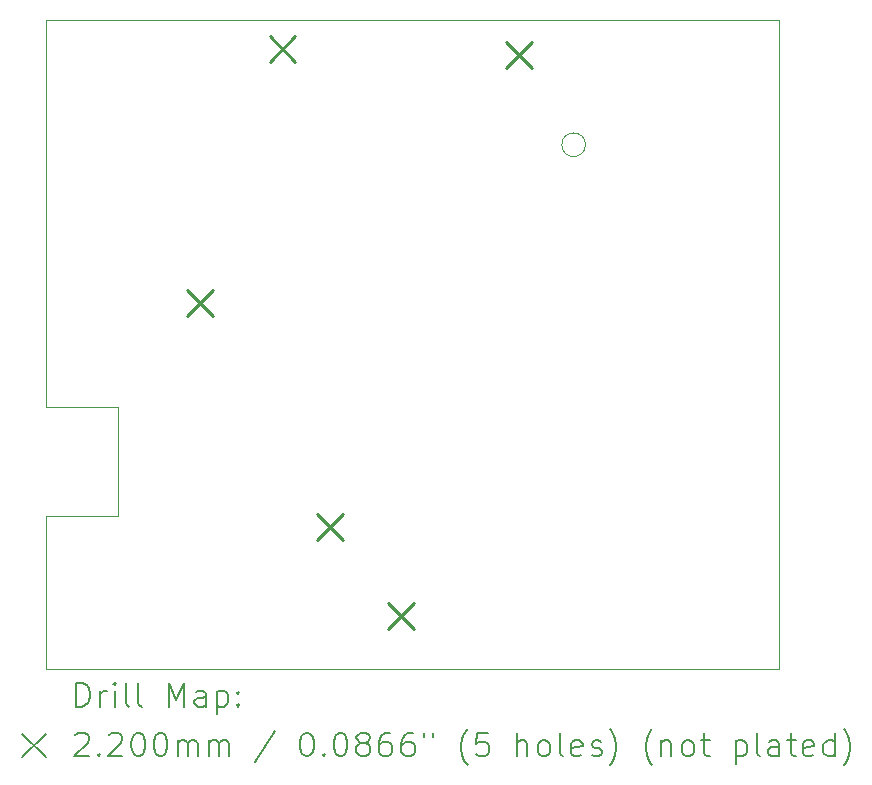
<source format=gbr>
%TF.GenerationSoftware,KiCad,Pcbnew,7.0.10-7.0.10~ubuntu22.04.1*%
%TF.CreationDate,2024-01-09T15:42:07+03:00*%
%TF.ProjectId,air-detector,6169722d-6465-4746-9563-746f722e6b69,rev?*%
%TF.SameCoordinates,Original*%
%TF.FileFunction,Drillmap*%
%TF.FilePolarity,Positive*%
%FSLAX45Y45*%
G04 Gerber Fmt 4.5, Leading zero omitted, Abs format (unit mm)*
G04 Created by KiCad (PCBNEW 7.0.10-7.0.10~ubuntu22.04.1) date 2024-01-09 15:42:07*
%MOMM*%
%LPD*%
G01*
G04 APERTURE LIST*
%ADD10C,0.100000*%
%ADD11C,0.120000*%
%ADD12C,0.200000*%
%ADD13C,0.220000*%
G04 APERTURE END LIST*
D10*
X22700000Y-3700000D02*
X22700000Y-9200000D01*
X16500000Y-3700000D02*
X16500000Y-6820900D01*
X16500000Y-3700000D02*
X22700000Y-3700000D01*
X16500000Y-9200000D02*
X22700000Y-9200000D01*
X16500000Y-8080900D02*
X16500000Y-9200000D01*
D11*
X21065000Y-4760000D02*
G75*
G03*
X20865000Y-4760000I-100000J0D01*
G01*
X20865000Y-4760000D02*
G75*
G03*
X21065000Y-4760000I100000J0D01*
G01*
X17110000Y-6980900D02*
X16500000Y-6980900D01*
X16500000Y-6980900D02*
X16500000Y-6820900D01*
X17110000Y-7900900D02*
X17110000Y-6980900D01*
X16500000Y-7900900D02*
X17110000Y-7900900D01*
X16500000Y-8080900D02*
X16500000Y-7900900D01*
D12*
D13*
X17690000Y-5990000D02*
X17910000Y-6210000D01*
X17910000Y-5990000D02*
X17690000Y-6210000D01*
X18390000Y-3840000D02*
X18610000Y-4060000D01*
X18610000Y-3840000D02*
X18390000Y-4060000D01*
X18790000Y-7890000D02*
X19010000Y-8110000D01*
X19010000Y-7890000D02*
X18790000Y-8110000D01*
X19390000Y-8640000D02*
X19610000Y-8860000D01*
X19610000Y-8640000D02*
X19390000Y-8860000D01*
X20390000Y-3890000D02*
X20610000Y-4110000D01*
X20610000Y-3890000D02*
X20390000Y-4110000D01*
D12*
X16754777Y-9516484D02*
X16754777Y-9316484D01*
X16754777Y-9316484D02*
X16802396Y-9316484D01*
X16802396Y-9316484D02*
X16830967Y-9326008D01*
X16830967Y-9326008D02*
X16850015Y-9345055D01*
X16850015Y-9345055D02*
X16859539Y-9364103D01*
X16859539Y-9364103D02*
X16869063Y-9402198D01*
X16869063Y-9402198D02*
X16869063Y-9430770D01*
X16869063Y-9430770D02*
X16859539Y-9468865D01*
X16859539Y-9468865D02*
X16850015Y-9487912D01*
X16850015Y-9487912D02*
X16830967Y-9506960D01*
X16830967Y-9506960D02*
X16802396Y-9516484D01*
X16802396Y-9516484D02*
X16754777Y-9516484D01*
X16954777Y-9516484D02*
X16954777Y-9383150D01*
X16954777Y-9421246D02*
X16964301Y-9402198D01*
X16964301Y-9402198D02*
X16973824Y-9392674D01*
X16973824Y-9392674D02*
X16992872Y-9383150D01*
X16992872Y-9383150D02*
X17011920Y-9383150D01*
X17078586Y-9516484D02*
X17078586Y-9383150D01*
X17078586Y-9316484D02*
X17069063Y-9326008D01*
X17069063Y-9326008D02*
X17078586Y-9335531D01*
X17078586Y-9335531D02*
X17088110Y-9326008D01*
X17088110Y-9326008D02*
X17078586Y-9316484D01*
X17078586Y-9316484D02*
X17078586Y-9335531D01*
X17202396Y-9516484D02*
X17183348Y-9506960D01*
X17183348Y-9506960D02*
X17173824Y-9487912D01*
X17173824Y-9487912D02*
X17173824Y-9316484D01*
X17307158Y-9516484D02*
X17288110Y-9506960D01*
X17288110Y-9506960D02*
X17278586Y-9487912D01*
X17278586Y-9487912D02*
X17278586Y-9316484D01*
X17535729Y-9516484D02*
X17535729Y-9316484D01*
X17535729Y-9316484D02*
X17602396Y-9459341D01*
X17602396Y-9459341D02*
X17669063Y-9316484D01*
X17669063Y-9316484D02*
X17669063Y-9516484D01*
X17850015Y-9516484D02*
X17850015Y-9411722D01*
X17850015Y-9411722D02*
X17840491Y-9392674D01*
X17840491Y-9392674D02*
X17821444Y-9383150D01*
X17821444Y-9383150D02*
X17783348Y-9383150D01*
X17783348Y-9383150D02*
X17764301Y-9392674D01*
X17850015Y-9506960D02*
X17830967Y-9516484D01*
X17830967Y-9516484D02*
X17783348Y-9516484D01*
X17783348Y-9516484D02*
X17764301Y-9506960D01*
X17764301Y-9506960D02*
X17754777Y-9487912D01*
X17754777Y-9487912D02*
X17754777Y-9468865D01*
X17754777Y-9468865D02*
X17764301Y-9449817D01*
X17764301Y-9449817D02*
X17783348Y-9440293D01*
X17783348Y-9440293D02*
X17830967Y-9440293D01*
X17830967Y-9440293D02*
X17850015Y-9430770D01*
X17945253Y-9383150D02*
X17945253Y-9583150D01*
X17945253Y-9392674D02*
X17964301Y-9383150D01*
X17964301Y-9383150D02*
X18002396Y-9383150D01*
X18002396Y-9383150D02*
X18021444Y-9392674D01*
X18021444Y-9392674D02*
X18030967Y-9402198D01*
X18030967Y-9402198D02*
X18040491Y-9421246D01*
X18040491Y-9421246D02*
X18040491Y-9478389D01*
X18040491Y-9478389D02*
X18030967Y-9497436D01*
X18030967Y-9497436D02*
X18021444Y-9506960D01*
X18021444Y-9506960D02*
X18002396Y-9516484D01*
X18002396Y-9516484D02*
X17964301Y-9516484D01*
X17964301Y-9516484D02*
X17945253Y-9506960D01*
X18126205Y-9497436D02*
X18135729Y-9506960D01*
X18135729Y-9506960D02*
X18126205Y-9516484D01*
X18126205Y-9516484D02*
X18116682Y-9506960D01*
X18116682Y-9506960D02*
X18126205Y-9497436D01*
X18126205Y-9497436D02*
X18126205Y-9516484D01*
X18126205Y-9392674D02*
X18135729Y-9402198D01*
X18135729Y-9402198D02*
X18126205Y-9411722D01*
X18126205Y-9411722D02*
X18116682Y-9402198D01*
X18116682Y-9402198D02*
X18126205Y-9392674D01*
X18126205Y-9392674D02*
X18126205Y-9411722D01*
X16294000Y-9745000D02*
X16494000Y-9945000D01*
X16494000Y-9745000D02*
X16294000Y-9945000D01*
X16745253Y-9755531D02*
X16754777Y-9746008D01*
X16754777Y-9746008D02*
X16773824Y-9736484D01*
X16773824Y-9736484D02*
X16821444Y-9736484D01*
X16821444Y-9736484D02*
X16840491Y-9746008D01*
X16840491Y-9746008D02*
X16850015Y-9755531D01*
X16850015Y-9755531D02*
X16859539Y-9774579D01*
X16859539Y-9774579D02*
X16859539Y-9793627D01*
X16859539Y-9793627D02*
X16850015Y-9822198D01*
X16850015Y-9822198D02*
X16735729Y-9936484D01*
X16735729Y-9936484D02*
X16859539Y-9936484D01*
X16945253Y-9917436D02*
X16954777Y-9926960D01*
X16954777Y-9926960D02*
X16945253Y-9936484D01*
X16945253Y-9936484D02*
X16935729Y-9926960D01*
X16935729Y-9926960D02*
X16945253Y-9917436D01*
X16945253Y-9917436D02*
X16945253Y-9936484D01*
X17030967Y-9755531D02*
X17040491Y-9746008D01*
X17040491Y-9746008D02*
X17059539Y-9736484D01*
X17059539Y-9736484D02*
X17107158Y-9736484D01*
X17107158Y-9736484D02*
X17126205Y-9746008D01*
X17126205Y-9746008D02*
X17135729Y-9755531D01*
X17135729Y-9755531D02*
X17145253Y-9774579D01*
X17145253Y-9774579D02*
X17145253Y-9793627D01*
X17145253Y-9793627D02*
X17135729Y-9822198D01*
X17135729Y-9822198D02*
X17021444Y-9936484D01*
X17021444Y-9936484D02*
X17145253Y-9936484D01*
X17269063Y-9736484D02*
X17288110Y-9736484D01*
X17288110Y-9736484D02*
X17307158Y-9746008D01*
X17307158Y-9746008D02*
X17316682Y-9755531D01*
X17316682Y-9755531D02*
X17326205Y-9774579D01*
X17326205Y-9774579D02*
X17335729Y-9812674D01*
X17335729Y-9812674D02*
X17335729Y-9860293D01*
X17335729Y-9860293D02*
X17326205Y-9898389D01*
X17326205Y-9898389D02*
X17316682Y-9917436D01*
X17316682Y-9917436D02*
X17307158Y-9926960D01*
X17307158Y-9926960D02*
X17288110Y-9936484D01*
X17288110Y-9936484D02*
X17269063Y-9936484D01*
X17269063Y-9936484D02*
X17250015Y-9926960D01*
X17250015Y-9926960D02*
X17240491Y-9917436D01*
X17240491Y-9917436D02*
X17230967Y-9898389D01*
X17230967Y-9898389D02*
X17221444Y-9860293D01*
X17221444Y-9860293D02*
X17221444Y-9812674D01*
X17221444Y-9812674D02*
X17230967Y-9774579D01*
X17230967Y-9774579D02*
X17240491Y-9755531D01*
X17240491Y-9755531D02*
X17250015Y-9746008D01*
X17250015Y-9746008D02*
X17269063Y-9736484D01*
X17459539Y-9736484D02*
X17478586Y-9736484D01*
X17478586Y-9736484D02*
X17497634Y-9746008D01*
X17497634Y-9746008D02*
X17507158Y-9755531D01*
X17507158Y-9755531D02*
X17516682Y-9774579D01*
X17516682Y-9774579D02*
X17526205Y-9812674D01*
X17526205Y-9812674D02*
X17526205Y-9860293D01*
X17526205Y-9860293D02*
X17516682Y-9898389D01*
X17516682Y-9898389D02*
X17507158Y-9917436D01*
X17507158Y-9917436D02*
X17497634Y-9926960D01*
X17497634Y-9926960D02*
X17478586Y-9936484D01*
X17478586Y-9936484D02*
X17459539Y-9936484D01*
X17459539Y-9936484D02*
X17440491Y-9926960D01*
X17440491Y-9926960D02*
X17430967Y-9917436D01*
X17430967Y-9917436D02*
X17421444Y-9898389D01*
X17421444Y-9898389D02*
X17411920Y-9860293D01*
X17411920Y-9860293D02*
X17411920Y-9812674D01*
X17411920Y-9812674D02*
X17421444Y-9774579D01*
X17421444Y-9774579D02*
X17430967Y-9755531D01*
X17430967Y-9755531D02*
X17440491Y-9746008D01*
X17440491Y-9746008D02*
X17459539Y-9736484D01*
X17611920Y-9936484D02*
X17611920Y-9803150D01*
X17611920Y-9822198D02*
X17621444Y-9812674D01*
X17621444Y-9812674D02*
X17640491Y-9803150D01*
X17640491Y-9803150D02*
X17669063Y-9803150D01*
X17669063Y-9803150D02*
X17688110Y-9812674D01*
X17688110Y-9812674D02*
X17697634Y-9831722D01*
X17697634Y-9831722D02*
X17697634Y-9936484D01*
X17697634Y-9831722D02*
X17707158Y-9812674D01*
X17707158Y-9812674D02*
X17726205Y-9803150D01*
X17726205Y-9803150D02*
X17754777Y-9803150D01*
X17754777Y-9803150D02*
X17773825Y-9812674D01*
X17773825Y-9812674D02*
X17783348Y-9831722D01*
X17783348Y-9831722D02*
X17783348Y-9936484D01*
X17878586Y-9936484D02*
X17878586Y-9803150D01*
X17878586Y-9822198D02*
X17888110Y-9812674D01*
X17888110Y-9812674D02*
X17907158Y-9803150D01*
X17907158Y-9803150D02*
X17935729Y-9803150D01*
X17935729Y-9803150D02*
X17954777Y-9812674D01*
X17954777Y-9812674D02*
X17964301Y-9831722D01*
X17964301Y-9831722D02*
X17964301Y-9936484D01*
X17964301Y-9831722D02*
X17973825Y-9812674D01*
X17973825Y-9812674D02*
X17992872Y-9803150D01*
X17992872Y-9803150D02*
X18021444Y-9803150D01*
X18021444Y-9803150D02*
X18040491Y-9812674D01*
X18040491Y-9812674D02*
X18050015Y-9831722D01*
X18050015Y-9831722D02*
X18050015Y-9936484D01*
X18440491Y-9726960D02*
X18269063Y-9984103D01*
X18697634Y-9736484D02*
X18716682Y-9736484D01*
X18716682Y-9736484D02*
X18735729Y-9746008D01*
X18735729Y-9746008D02*
X18745253Y-9755531D01*
X18745253Y-9755531D02*
X18754777Y-9774579D01*
X18754777Y-9774579D02*
X18764301Y-9812674D01*
X18764301Y-9812674D02*
X18764301Y-9860293D01*
X18764301Y-9860293D02*
X18754777Y-9898389D01*
X18754777Y-9898389D02*
X18745253Y-9917436D01*
X18745253Y-9917436D02*
X18735729Y-9926960D01*
X18735729Y-9926960D02*
X18716682Y-9936484D01*
X18716682Y-9936484D02*
X18697634Y-9936484D01*
X18697634Y-9936484D02*
X18678587Y-9926960D01*
X18678587Y-9926960D02*
X18669063Y-9917436D01*
X18669063Y-9917436D02*
X18659539Y-9898389D01*
X18659539Y-9898389D02*
X18650015Y-9860293D01*
X18650015Y-9860293D02*
X18650015Y-9812674D01*
X18650015Y-9812674D02*
X18659539Y-9774579D01*
X18659539Y-9774579D02*
X18669063Y-9755531D01*
X18669063Y-9755531D02*
X18678587Y-9746008D01*
X18678587Y-9746008D02*
X18697634Y-9736484D01*
X18850015Y-9917436D02*
X18859539Y-9926960D01*
X18859539Y-9926960D02*
X18850015Y-9936484D01*
X18850015Y-9936484D02*
X18840491Y-9926960D01*
X18840491Y-9926960D02*
X18850015Y-9917436D01*
X18850015Y-9917436D02*
X18850015Y-9936484D01*
X18983348Y-9736484D02*
X19002396Y-9736484D01*
X19002396Y-9736484D02*
X19021444Y-9746008D01*
X19021444Y-9746008D02*
X19030968Y-9755531D01*
X19030968Y-9755531D02*
X19040491Y-9774579D01*
X19040491Y-9774579D02*
X19050015Y-9812674D01*
X19050015Y-9812674D02*
X19050015Y-9860293D01*
X19050015Y-9860293D02*
X19040491Y-9898389D01*
X19040491Y-9898389D02*
X19030968Y-9917436D01*
X19030968Y-9917436D02*
X19021444Y-9926960D01*
X19021444Y-9926960D02*
X19002396Y-9936484D01*
X19002396Y-9936484D02*
X18983348Y-9936484D01*
X18983348Y-9936484D02*
X18964301Y-9926960D01*
X18964301Y-9926960D02*
X18954777Y-9917436D01*
X18954777Y-9917436D02*
X18945253Y-9898389D01*
X18945253Y-9898389D02*
X18935729Y-9860293D01*
X18935729Y-9860293D02*
X18935729Y-9812674D01*
X18935729Y-9812674D02*
X18945253Y-9774579D01*
X18945253Y-9774579D02*
X18954777Y-9755531D01*
X18954777Y-9755531D02*
X18964301Y-9746008D01*
X18964301Y-9746008D02*
X18983348Y-9736484D01*
X19164301Y-9822198D02*
X19145253Y-9812674D01*
X19145253Y-9812674D02*
X19135729Y-9803150D01*
X19135729Y-9803150D02*
X19126206Y-9784103D01*
X19126206Y-9784103D02*
X19126206Y-9774579D01*
X19126206Y-9774579D02*
X19135729Y-9755531D01*
X19135729Y-9755531D02*
X19145253Y-9746008D01*
X19145253Y-9746008D02*
X19164301Y-9736484D01*
X19164301Y-9736484D02*
X19202396Y-9736484D01*
X19202396Y-9736484D02*
X19221444Y-9746008D01*
X19221444Y-9746008D02*
X19230968Y-9755531D01*
X19230968Y-9755531D02*
X19240491Y-9774579D01*
X19240491Y-9774579D02*
X19240491Y-9784103D01*
X19240491Y-9784103D02*
X19230968Y-9803150D01*
X19230968Y-9803150D02*
X19221444Y-9812674D01*
X19221444Y-9812674D02*
X19202396Y-9822198D01*
X19202396Y-9822198D02*
X19164301Y-9822198D01*
X19164301Y-9822198D02*
X19145253Y-9831722D01*
X19145253Y-9831722D02*
X19135729Y-9841246D01*
X19135729Y-9841246D02*
X19126206Y-9860293D01*
X19126206Y-9860293D02*
X19126206Y-9898389D01*
X19126206Y-9898389D02*
X19135729Y-9917436D01*
X19135729Y-9917436D02*
X19145253Y-9926960D01*
X19145253Y-9926960D02*
X19164301Y-9936484D01*
X19164301Y-9936484D02*
X19202396Y-9936484D01*
X19202396Y-9936484D02*
X19221444Y-9926960D01*
X19221444Y-9926960D02*
X19230968Y-9917436D01*
X19230968Y-9917436D02*
X19240491Y-9898389D01*
X19240491Y-9898389D02*
X19240491Y-9860293D01*
X19240491Y-9860293D02*
X19230968Y-9841246D01*
X19230968Y-9841246D02*
X19221444Y-9831722D01*
X19221444Y-9831722D02*
X19202396Y-9822198D01*
X19411920Y-9736484D02*
X19373825Y-9736484D01*
X19373825Y-9736484D02*
X19354777Y-9746008D01*
X19354777Y-9746008D02*
X19345253Y-9755531D01*
X19345253Y-9755531D02*
X19326206Y-9784103D01*
X19326206Y-9784103D02*
X19316682Y-9822198D01*
X19316682Y-9822198D02*
X19316682Y-9898389D01*
X19316682Y-9898389D02*
X19326206Y-9917436D01*
X19326206Y-9917436D02*
X19335729Y-9926960D01*
X19335729Y-9926960D02*
X19354777Y-9936484D01*
X19354777Y-9936484D02*
X19392872Y-9936484D01*
X19392872Y-9936484D02*
X19411920Y-9926960D01*
X19411920Y-9926960D02*
X19421444Y-9917436D01*
X19421444Y-9917436D02*
X19430968Y-9898389D01*
X19430968Y-9898389D02*
X19430968Y-9850770D01*
X19430968Y-9850770D02*
X19421444Y-9831722D01*
X19421444Y-9831722D02*
X19411920Y-9822198D01*
X19411920Y-9822198D02*
X19392872Y-9812674D01*
X19392872Y-9812674D02*
X19354777Y-9812674D01*
X19354777Y-9812674D02*
X19335729Y-9822198D01*
X19335729Y-9822198D02*
X19326206Y-9831722D01*
X19326206Y-9831722D02*
X19316682Y-9850770D01*
X19602396Y-9736484D02*
X19564301Y-9736484D01*
X19564301Y-9736484D02*
X19545253Y-9746008D01*
X19545253Y-9746008D02*
X19535729Y-9755531D01*
X19535729Y-9755531D02*
X19516682Y-9784103D01*
X19516682Y-9784103D02*
X19507158Y-9822198D01*
X19507158Y-9822198D02*
X19507158Y-9898389D01*
X19507158Y-9898389D02*
X19516682Y-9917436D01*
X19516682Y-9917436D02*
X19526206Y-9926960D01*
X19526206Y-9926960D02*
X19545253Y-9936484D01*
X19545253Y-9936484D02*
X19583349Y-9936484D01*
X19583349Y-9936484D02*
X19602396Y-9926960D01*
X19602396Y-9926960D02*
X19611920Y-9917436D01*
X19611920Y-9917436D02*
X19621444Y-9898389D01*
X19621444Y-9898389D02*
X19621444Y-9850770D01*
X19621444Y-9850770D02*
X19611920Y-9831722D01*
X19611920Y-9831722D02*
X19602396Y-9822198D01*
X19602396Y-9822198D02*
X19583349Y-9812674D01*
X19583349Y-9812674D02*
X19545253Y-9812674D01*
X19545253Y-9812674D02*
X19526206Y-9822198D01*
X19526206Y-9822198D02*
X19516682Y-9831722D01*
X19516682Y-9831722D02*
X19507158Y-9850770D01*
X19697634Y-9736484D02*
X19697634Y-9774579D01*
X19773825Y-9736484D02*
X19773825Y-9774579D01*
X20069063Y-10012674D02*
X20059539Y-10003150D01*
X20059539Y-10003150D02*
X20040491Y-9974579D01*
X20040491Y-9974579D02*
X20030968Y-9955531D01*
X20030968Y-9955531D02*
X20021444Y-9926960D01*
X20021444Y-9926960D02*
X20011920Y-9879341D01*
X20011920Y-9879341D02*
X20011920Y-9841246D01*
X20011920Y-9841246D02*
X20021444Y-9793627D01*
X20021444Y-9793627D02*
X20030968Y-9765055D01*
X20030968Y-9765055D02*
X20040491Y-9746008D01*
X20040491Y-9746008D02*
X20059539Y-9717436D01*
X20059539Y-9717436D02*
X20069063Y-9707912D01*
X20240491Y-9736484D02*
X20145253Y-9736484D01*
X20145253Y-9736484D02*
X20135730Y-9831722D01*
X20135730Y-9831722D02*
X20145253Y-9822198D01*
X20145253Y-9822198D02*
X20164301Y-9812674D01*
X20164301Y-9812674D02*
X20211920Y-9812674D01*
X20211920Y-9812674D02*
X20230968Y-9822198D01*
X20230968Y-9822198D02*
X20240491Y-9831722D01*
X20240491Y-9831722D02*
X20250015Y-9850770D01*
X20250015Y-9850770D02*
X20250015Y-9898389D01*
X20250015Y-9898389D02*
X20240491Y-9917436D01*
X20240491Y-9917436D02*
X20230968Y-9926960D01*
X20230968Y-9926960D02*
X20211920Y-9936484D01*
X20211920Y-9936484D02*
X20164301Y-9936484D01*
X20164301Y-9936484D02*
X20145253Y-9926960D01*
X20145253Y-9926960D02*
X20135730Y-9917436D01*
X20488111Y-9936484D02*
X20488111Y-9736484D01*
X20573825Y-9936484D02*
X20573825Y-9831722D01*
X20573825Y-9831722D02*
X20564301Y-9812674D01*
X20564301Y-9812674D02*
X20545253Y-9803150D01*
X20545253Y-9803150D02*
X20516682Y-9803150D01*
X20516682Y-9803150D02*
X20497634Y-9812674D01*
X20497634Y-9812674D02*
X20488111Y-9822198D01*
X20697634Y-9936484D02*
X20678587Y-9926960D01*
X20678587Y-9926960D02*
X20669063Y-9917436D01*
X20669063Y-9917436D02*
X20659539Y-9898389D01*
X20659539Y-9898389D02*
X20659539Y-9841246D01*
X20659539Y-9841246D02*
X20669063Y-9822198D01*
X20669063Y-9822198D02*
X20678587Y-9812674D01*
X20678587Y-9812674D02*
X20697634Y-9803150D01*
X20697634Y-9803150D02*
X20726206Y-9803150D01*
X20726206Y-9803150D02*
X20745253Y-9812674D01*
X20745253Y-9812674D02*
X20754777Y-9822198D01*
X20754777Y-9822198D02*
X20764301Y-9841246D01*
X20764301Y-9841246D02*
X20764301Y-9898389D01*
X20764301Y-9898389D02*
X20754777Y-9917436D01*
X20754777Y-9917436D02*
X20745253Y-9926960D01*
X20745253Y-9926960D02*
X20726206Y-9936484D01*
X20726206Y-9936484D02*
X20697634Y-9936484D01*
X20878587Y-9936484D02*
X20859539Y-9926960D01*
X20859539Y-9926960D02*
X20850015Y-9907912D01*
X20850015Y-9907912D02*
X20850015Y-9736484D01*
X21030968Y-9926960D02*
X21011920Y-9936484D01*
X21011920Y-9936484D02*
X20973825Y-9936484D01*
X20973825Y-9936484D02*
X20954777Y-9926960D01*
X20954777Y-9926960D02*
X20945253Y-9907912D01*
X20945253Y-9907912D02*
X20945253Y-9831722D01*
X20945253Y-9831722D02*
X20954777Y-9812674D01*
X20954777Y-9812674D02*
X20973825Y-9803150D01*
X20973825Y-9803150D02*
X21011920Y-9803150D01*
X21011920Y-9803150D02*
X21030968Y-9812674D01*
X21030968Y-9812674D02*
X21040492Y-9831722D01*
X21040492Y-9831722D02*
X21040492Y-9850770D01*
X21040492Y-9850770D02*
X20945253Y-9869817D01*
X21116682Y-9926960D02*
X21135730Y-9936484D01*
X21135730Y-9936484D02*
X21173825Y-9936484D01*
X21173825Y-9936484D02*
X21192873Y-9926960D01*
X21192873Y-9926960D02*
X21202396Y-9907912D01*
X21202396Y-9907912D02*
X21202396Y-9898389D01*
X21202396Y-9898389D02*
X21192873Y-9879341D01*
X21192873Y-9879341D02*
X21173825Y-9869817D01*
X21173825Y-9869817D02*
X21145253Y-9869817D01*
X21145253Y-9869817D02*
X21126206Y-9860293D01*
X21126206Y-9860293D02*
X21116682Y-9841246D01*
X21116682Y-9841246D02*
X21116682Y-9831722D01*
X21116682Y-9831722D02*
X21126206Y-9812674D01*
X21126206Y-9812674D02*
X21145253Y-9803150D01*
X21145253Y-9803150D02*
X21173825Y-9803150D01*
X21173825Y-9803150D02*
X21192873Y-9812674D01*
X21269063Y-10012674D02*
X21278587Y-10003150D01*
X21278587Y-10003150D02*
X21297634Y-9974579D01*
X21297634Y-9974579D02*
X21307158Y-9955531D01*
X21307158Y-9955531D02*
X21316682Y-9926960D01*
X21316682Y-9926960D02*
X21326206Y-9879341D01*
X21326206Y-9879341D02*
X21326206Y-9841246D01*
X21326206Y-9841246D02*
X21316682Y-9793627D01*
X21316682Y-9793627D02*
X21307158Y-9765055D01*
X21307158Y-9765055D02*
X21297634Y-9746008D01*
X21297634Y-9746008D02*
X21278587Y-9717436D01*
X21278587Y-9717436D02*
X21269063Y-9707912D01*
X21630968Y-10012674D02*
X21621444Y-10003150D01*
X21621444Y-10003150D02*
X21602396Y-9974579D01*
X21602396Y-9974579D02*
X21592873Y-9955531D01*
X21592873Y-9955531D02*
X21583349Y-9926960D01*
X21583349Y-9926960D02*
X21573825Y-9879341D01*
X21573825Y-9879341D02*
X21573825Y-9841246D01*
X21573825Y-9841246D02*
X21583349Y-9793627D01*
X21583349Y-9793627D02*
X21592873Y-9765055D01*
X21592873Y-9765055D02*
X21602396Y-9746008D01*
X21602396Y-9746008D02*
X21621444Y-9717436D01*
X21621444Y-9717436D02*
X21630968Y-9707912D01*
X21707158Y-9803150D02*
X21707158Y-9936484D01*
X21707158Y-9822198D02*
X21716682Y-9812674D01*
X21716682Y-9812674D02*
X21735730Y-9803150D01*
X21735730Y-9803150D02*
X21764301Y-9803150D01*
X21764301Y-9803150D02*
X21783349Y-9812674D01*
X21783349Y-9812674D02*
X21792873Y-9831722D01*
X21792873Y-9831722D02*
X21792873Y-9936484D01*
X21916682Y-9936484D02*
X21897634Y-9926960D01*
X21897634Y-9926960D02*
X21888111Y-9917436D01*
X21888111Y-9917436D02*
X21878587Y-9898389D01*
X21878587Y-9898389D02*
X21878587Y-9841246D01*
X21878587Y-9841246D02*
X21888111Y-9822198D01*
X21888111Y-9822198D02*
X21897634Y-9812674D01*
X21897634Y-9812674D02*
X21916682Y-9803150D01*
X21916682Y-9803150D02*
X21945254Y-9803150D01*
X21945254Y-9803150D02*
X21964301Y-9812674D01*
X21964301Y-9812674D02*
X21973825Y-9822198D01*
X21973825Y-9822198D02*
X21983349Y-9841246D01*
X21983349Y-9841246D02*
X21983349Y-9898389D01*
X21983349Y-9898389D02*
X21973825Y-9917436D01*
X21973825Y-9917436D02*
X21964301Y-9926960D01*
X21964301Y-9926960D02*
X21945254Y-9936484D01*
X21945254Y-9936484D02*
X21916682Y-9936484D01*
X22040492Y-9803150D02*
X22116682Y-9803150D01*
X22069063Y-9736484D02*
X22069063Y-9907912D01*
X22069063Y-9907912D02*
X22078587Y-9926960D01*
X22078587Y-9926960D02*
X22097634Y-9936484D01*
X22097634Y-9936484D02*
X22116682Y-9936484D01*
X22335730Y-9803150D02*
X22335730Y-10003150D01*
X22335730Y-9812674D02*
X22354777Y-9803150D01*
X22354777Y-9803150D02*
X22392873Y-9803150D01*
X22392873Y-9803150D02*
X22411920Y-9812674D01*
X22411920Y-9812674D02*
X22421444Y-9822198D01*
X22421444Y-9822198D02*
X22430968Y-9841246D01*
X22430968Y-9841246D02*
X22430968Y-9898389D01*
X22430968Y-9898389D02*
X22421444Y-9917436D01*
X22421444Y-9917436D02*
X22411920Y-9926960D01*
X22411920Y-9926960D02*
X22392873Y-9936484D01*
X22392873Y-9936484D02*
X22354777Y-9936484D01*
X22354777Y-9936484D02*
X22335730Y-9926960D01*
X22545253Y-9936484D02*
X22526206Y-9926960D01*
X22526206Y-9926960D02*
X22516682Y-9907912D01*
X22516682Y-9907912D02*
X22516682Y-9736484D01*
X22707158Y-9936484D02*
X22707158Y-9831722D01*
X22707158Y-9831722D02*
X22697634Y-9812674D01*
X22697634Y-9812674D02*
X22678587Y-9803150D01*
X22678587Y-9803150D02*
X22640492Y-9803150D01*
X22640492Y-9803150D02*
X22621444Y-9812674D01*
X22707158Y-9926960D02*
X22688111Y-9936484D01*
X22688111Y-9936484D02*
X22640492Y-9936484D01*
X22640492Y-9936484D02*
X22621444Y-9926960D01*
X22621444Y-9926960D02*
X22611920Y-9907912D01*
X22611920Y-9907912D02*
X22611920Y-9888865D01*
X22611920Y-9888865D02*
X22621444Y-9869817D01*
X22621444Y-9869817D02*
X22640492Y-9860293D01*
X22640492Y-9860293D02*
X22688111Y-9860293D01*
X22688111Y-9860293D02*
X22707158Y-9850770D01*
X22773825Y-9803150D02*
X22850015Y-9803150D01*
X22802396Y-9736484D02*
X22802396Y-9907912D01*
X22802396Y-9907912D02*
X22811920Y-9926960D01*
X22811920Y-9926960D02*
X22830968Y-9936484D01*
X22830968Y-9936484D02*
X22850015Y-9936484D01*
X22992873Y-9926960D02*
X22973825Y-9936484D01*
X22973825Y-9936484D02*
X22935730Y-9936484D01*
X22935730Y-9936484D02*
X22916682Y-9926960D01*
X22916682Y-9926960D02*
X22907158Y-9907912D01*
X22907158Y-9907912D02*
X22907158Y-9831722D01*
X22907158Y-9831722D02*
X22916682Y-9812674D01*
X22916682Y-9812674D02*
X22935730Y-9803150D01*
X22935730Y-9803150D02*
X22973825Y-9803150D01*
X22973825Y-9803150D02*
X22992873Y-9812674D01*
X22992873Y-9812674D02*
X23002396Y-9831722D01*
X23002396Y-9831722D02*
X23002396Y-9850770D01*
X23002396Y-9850770D02*
X22907158Y-9869817D01*
X23173825Y-9936484D02*
X23173825Y-9736484D01*
X23173825Y-9926960D02*
X23154777Y-9936484D01*
X23154777Y-9936484D02*
X23116682Y-9936484D01*
X23116682Y-9936484D02*
X23097634Y-9926960D01*
X23097634Y-9926960D02*
X23088111Y-9917436D01*
X23088111Y-9917436D02*
X23078587Y-9898389D01*
X23078587Y-9898389D02*
X23078587Y-9841246D01*
X23078587Y-9841246D02*
X23088111Y-9822198D01*
X23088111Y-9822198D02*
X23097634Y-9812674D01*
X23097634Y-9812674D02*
X23116682Y-9803150D01*
X23116682Y-9803150D02*
X23154777Y-9803150D01*
X23154777Y-9803150D02*
X23173825Y-9812674D01*
X23250015Y-10012674D02*
X23259539Y-10003150D01*
X23259539Y-10003150D02*
X23278587Y-9974579D01*
X23278587Y-9974579D02*
X23288111Y-9955531D01*
X23288111Y-9955531D02*
X23297634Y-9926960D01*
X23297634Y-9926960D02*
X23307158Y-9879341D01*
X23307158Y-9879341D02*
X23307158Y-9841246D01*
X23307158Y-9841246D02*
X23297634Y-9793627D01*
X23297634Y-9793627D02*
X23288111Y-9765055D01*
X23288111Y-9765055D02*
X23278587Y-9746008D01*
X23278587Y-9746008D02*
X23259539Y-9717436D01*
X23259539Y-9717436D02*
X23250015Y-9707912D01*
M02*

</source>
